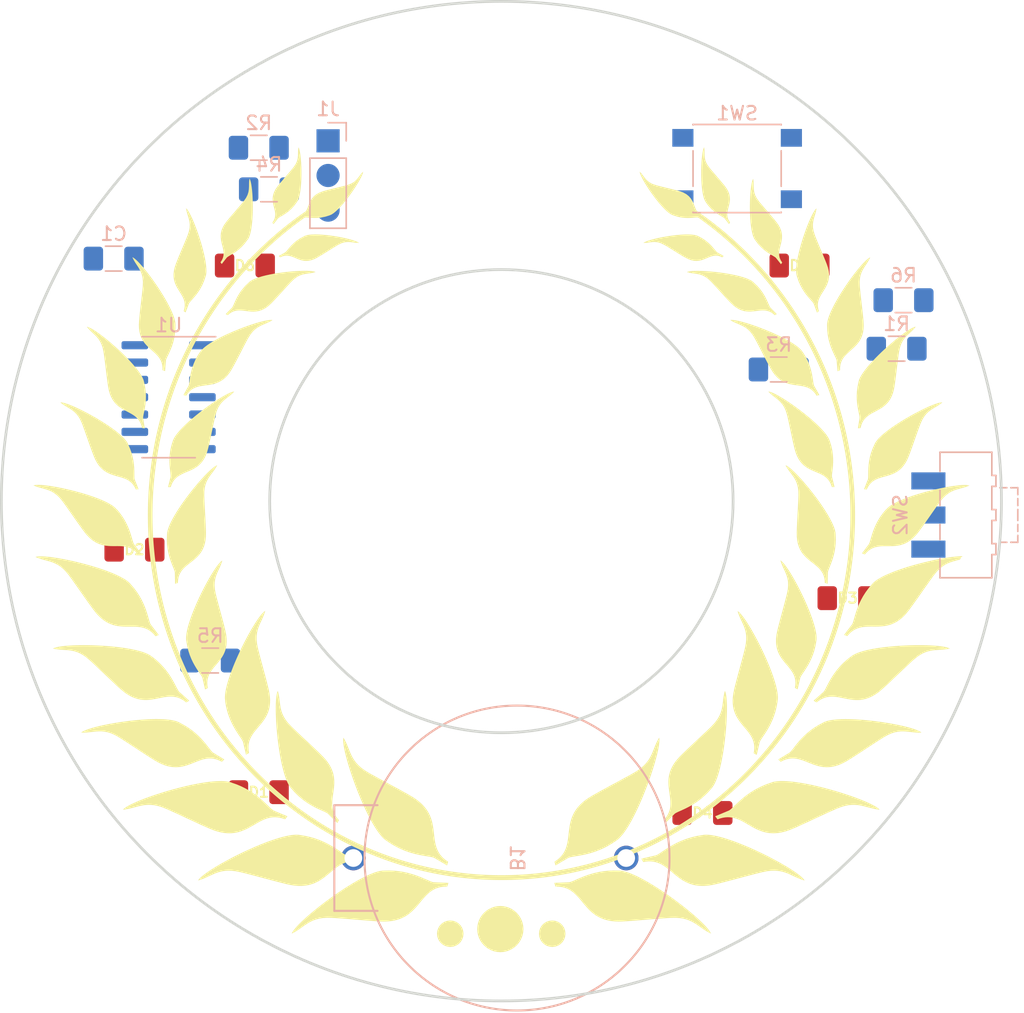
<source format=kicad_pcb>
(kicad_pcb (version 20211014) (generator pcbnew)
  (layers (0 "F.Cu" signal) (31 "B.Cu" signal) (34 "B.Paste" user) (35 "F.Paste" user) (36 "B.SilkS" user "B.Silkscreen") (37 "F.SilkS" user "F.Silkscreen") (38 "B.Mask" user) (39 "F.Mask" user) (44 "Edge.Cuts" user))
  (net 0 "")
  (net 1 "GND")
  (net 2 "Net-(SW2-Pad2)")
  (net 3 "VCC")
  (net 4 "pin8")
  (net 5 "Net-(D1-Pad2)")
  (net 6 "Net-(D2-Pad2)")
  (net 7 "Net-(D3-Pad2)")
  (net 8 "pin9")
  (net 9 "Net-(D4-Pad2)")
  (net 10 "Net-(D5-Pad2)")
  (net 11 "Net-(D6-Pad2)")
  (net 12 "updi")
  (net 13 "pin3")
  (net 14 "pin0")
  (net 15 "pin1")
  (net 16 "pin6")
  (net 17 "pin7")
  (net 18 "pin10")
  (net 19 "pin2")
  (footprint "tree:wreath" (layer "F.Cu") (at 105.664 121.92)
    (fp_text reference "wreath" hide)
    (fp_text value "G***" hide)
  )
  (footprint "tree:Custom_LessSilkscreenLED_1206_3216Metric_Pad1.42x1.75mm_HandSolder" (layer "F.Cu") (at 120.396 141.224)
    (fp_text reference "D4" (at 0 0 -180) (layer "F.SilkS") (effects (font (size 0.75 0.75))))
    (fp_text value "LED_Dual_2pin")
    (pad "1" smd roundrect (at -1.4875 0) (size 1.425 1.75) (layers "F.Cu" "F.Paste" "F.Mask") (roundrect_rratio 0.175439) (net 8 "pin9"))
    (pad "2" smd roundrect (at 1.4875 0) (size 1.425 1.75) (layers "F.Cu" "F.Paste" "F.Mask") (roundrect_rratio 0.175439) (net 9 "Net-(D4-Pad2)"))
  )
  (footprint "tree:Custom_LessSilkscreenLED_1206_3216Metric_Pad1.42x1.75mm_HandSolder" (layer "F.Cu") (at 127.508 101.092)
    (fp_text reference "D5" (at 0 0 -180) (layer "F.SilkS") (effects (font (size 0.75 0.75))))
    (fp_text value "LED_Dual_2pin")
    (pad "1" smd roundrect (at -1.4875 0) (size 1.425 1.75) (layers "F.Cu" "F.Paste" "F.Mask") (roundrect_rratio 0.175439) (net 8 "pin9"))
    (pad "2" smd roundrect (at 1.4875 0) (size 1.425 1.75) (layers "F.Cu" "F.Paste" "F.Mask") (roundrect_rratio 0.175439) (net 10 "Net-(D5-Pad2)"))
  )
  (footprint "tree:Custom_LessSilkscreenLED_1206_3216Metric_Pad1.42x1.75mm_HandSolder" (layer "F.Cu") (at 86.868 101.092)
    (fp_text reference "D6" (at 0 0 -180) (layer "F.SilkS") (effects (font (size 0.75 0.75))))
    (fp_text value "LED_Dual_2pin")
    (pad "1" smd roundrect (at -1.4875 0) (size 1.425 1.75) (layers "F.Cu" "F.Paste" "F.Mask") (roundrect_rratio 0.175439) (net 8 "pin9"))
    (pad "2" smd roundrect (at 1.4875 0) (size 1.425 1.75) (layers "F.Cu" "F.Paste" "F.Mask") (roundrect_rratio 0.175439) (net 11 "Net-(D6-Pad2)"))
  )
  (footprint "tree:Custom_LessSilkscreenLED_1206_3216Metric_Pad1.42x1.75mm_HandSolder" (layer "F.Cu") (at 78.7765 121.92)
    (fp_text reference "D2" (at 0 0 -180) (layer "F.SilkS") (effects (font (size 0.75 0.75))))
    (fp_text value "LED_Dual_2pin")
    (pad "1" smd roundrect (at -1.4875 0) (size 1.425 1.75) (layers "F.Cu" "F.Paste" "F.Mask") (roundrect_rratio 0.175439) (net 4 "pin8"))
    (pad "2" smd roundrect (at 1.4875 0) (size 1.425 1.75) (layers "F.Cu" "F.Paste" "F.Mask") (roundrect_rratio 0.175439) (net 6 "Net-(D2-Pad2)"))
  )
  (footprint "tree:Custom_LessSilkscreenLED_1206_3216Metric_Pad1.42x1.75mm_HandSolder" (layer "F.Cu") (at 131.0275 125.476)
    (fp_text reference "D3" (at 0 0 -180) (layer "F.SilkS") (effects (font (size 0.75 0.75))))
    (fp_text value "LED_Dual_2pin")
    (pad "1" smd roundrect (at -1.4875 0) (size 1.425 1.75) (layers "F.Cu" "F.Paste" "F.Mask") (roundrect_rratio 0.175439) (net 4 "pin8"))
    (pad "2" smd roundrect (at 1.4875 0) (size 1.425 1.75) (layers "F.Cu" "F.Paste" "F.Mask") (roundrect_rratio 0.175439) (net 7 "Net-(D3-Pad2)"))
  )
  (footprint "tree:Custom_LessSilkscreenLED_1206_3216Metric_Pad1.42x1.75mm_HandSolder" (layer "F.Cu") (at 87.884 139.7)
    (fp_text reference "D1" (at 0 0 -180) (layer "F.SilkS") (effects (font (size 0.75 0.75))))
    (fp_text value "LED_Dual_2pin")
    (pad "1" smd roundrect (at -1.4875 0) (size 1.425 1.75) (layers "F.Cu" "F.Paste" "F.Mask") (roundrect_rratio 0.175439) (net 4 "pin8"))
    (pad "2" smd roundrect (at 1.4875 0) (size 1.425 1.75) (layers "F.Cu" "F.Paste" "F.Mask") (roundrect_rratio 0.175439) (net 5 "Net-(D1-Pad2)"))
  )
  (footprint "Resistor_SMD:R_1206_3216Metric_Pad1.42x1.75mm_HandSolder" (layer "B.Cu") (at 125.984 108.712 180)
    (fp_text reference "R3" (at 0 1.82) (layer "B.SilkS") (effects (justify mirror)))
    (fp_text value "R")
    (pad "1" smd roundrect locked (at -1.4875 0 180) (size 1.425 1.75) (layers "B.Cu" "B.Paste" "B.Mask") (roundrect_rratio 0.175439) (net 15 "pin1"))
    (pad "2" smd roundrect locked (at 1.4875 0 180) (size 1.425 1.75) (layers "B.Cu" "B.Paste" "B.Mask") (roundrect_rratio 0.175439) (net 7 "Net-(D3-Pad2)"))
  )
  (footprint "Resistor_SMD:R_1206_3216Metric_Pad1.42x1.75mm_HandSolder" (layer "B.Cu") (at 135.128 103.632 180)
    (fp_text reference "R6" (at 0 1.82) (layer "B.SilkS") (effects (justify mirror)))
    (fp_text value "R")
    (pad "1" smd roundrect locked (at -1.4875 0 180) (size 1.425 1.75) (layers "B.Cu" "B.Paste" "B.Mask") (roundrect_rratio 0.175439) (net 18 "pin10"))
    (pad "2" smd roundrect locked (at 1.4875 0 180) (size 1.425 1.75) (layers "B.Cu" "B.Paste" "B.Mask") (roundrect_rratio 0.175439) (net 11 "Net-(D6-Pad2)"))
  )
  (footprint "Button_Switch_SMD:SW_SPDT_CK-JS102011SAQN" (layer "B.Cu") (at 139.7 119.38 -90)
    (fp_text reference "SW2" (at 0 4.8 90) (layer "B.SilkS") (effects (justify mirror)))
    (fp_text value "SW_DPDT_x2")
    (pad "" np_thru_hole circle locked (at -3.4 0 270) (size 0.9 0.9) (drill 0.9) (layers *.Cu *.Mask))
    (pad "" np_thru_hole circle locked (at 3.4 0 270) (size 0.9 0.9) (drill 0.9) (layers *.Cu *.Mask))
    (pad "1" smd rect locked (at -2.5 2.75 270) (size 1.25 2.5) (layers "B.Cu" "B.Paste" "B.Mask") (net 3 "VCC"))
    (pad "2" smd rect locked (at 0 2.75 270) (size 1.25 2.5) (layers "B.Cu" "B.Paste" "B.Mask") (net 2 "Net-(SW2-Pad2)"))
    (pad "3" smd rect locked (at 2.5 2.75 270) (size 1.25 2.5) (layers "B.Cu" "B.Paste" "B.Mask"))
  )
  (footprint "Resistor_SMD:R_1206_3216Metric_Pad1.42x1.75mm_HandSolder" (layer "B.Cu") (at 88.6318 95.504 180)
    (fp_text reference "R4" (at 0 1.82) (layer "B.SilkS") (effects (justify mirror)))
    (fp_text value "R")
    (pad "1" smd roundrect locked (at -1.4875 0 180) (size 1.425 1.75) (layers "B.Cu" "B.Paste" "B.Mask") (roundrect_rratio 0.175439) (net 16 "pin6"))
    (pad "2" smd roundrect locked (at 1.4875 0 180) (size 1.425 1.75) (layers "B.Cu" "B.Paste" "B.Mask") (roundrect_rratio 0.175439) (net 9 "Net-(D4-Pad2)"))
  )
  (footprint "Capacitor_SMD:C_1206_3216Metric_Pad1.42x1.75mm_HandSolder" (layer "B.Cu") (at 77.2525 100.584 180)
    (fp_text reference "C1" (at 0 1.82) (layer "B.SilkS") (effects (justify mirror)))
    (fp_text value "C")
    (pad "1" smd roundrect locked (at -1.4875 0 180) (size 1.425 1.75) (layers "B.Cu" "B.Paste" "B.Mask") (roundrect_rratio 0.175439) (net 3 "VCC"))
    (pad "2" smd roundrect locked (at 1.4875 0 180) (size 1.425 1.75) (layers "B.Cu" "B.Paste" "B.Mask") (roundrect_rratio 0.175439) (net 1 "GND"))
  )
  (footprint "Resistor_SMD:R_1206_3216Metric_Pad1.42x1.75mm_HandSolder" (layer "B.Cu") (at 87.884 92.456 180)
    (fp_text reference "R2" (at 0 1.82) (layer "B.SilkS") (effects (justify mirror)))
    (fp_text value "R")
    (pad "1" smd roundrect locked (at -1.4875 0 180) (size 1.425 1.75) (layers "B.Cu" "B.Paste" "B.Mask") (roundrect_rratio 0.175439) (net 14 "pin0"))
    (pad "2" smd roundrect locked (at 1.4875 0 180) (size 1.425 1.75) (layers "B.Cu" "B.Paste" "B.Mask") (roundrect_rratio 0.175439) (net 6 "Net-(D2-Pad2)"))
  )
  (footprint "Resistor_SMD:R_1206_3216Metric_Pad1.42x1.75mm_HandSolder" (layer "B.Cu") (at 134.62 107.188 180)
    (fp_text reference "R1" (at 0 1.82) (layer "B.SilkS") (effects (justify mirror)))
    (fp_text value "R")
    (pad "1" smd roundrect locked (at -1.4875 0 180) (size 1.425 1.75) (layers "B.Cu" "B.Paste" "B.Mask") (roundrect_rratio 0.175439) (net 13 "pin3"))
    (pad "2" smd roundrect locked (at 1.4875 0 180) (size 1.425 1.75) (layers "B.Cu" "B.Paste" "B.Mask") (roundrect_rratio 0.175439) (net 5 "Net-(D1-Pad2)"))
  )
  (footprint "custom:BH-25C-1_ADM" (layer "B.Cu") (at 114.808 144.526 90)
    (fp_text reference "B1" (at 0 -8.001 270 unlocked) (layer "B.SilkS") (effects (justify mirror)))
    (fp_text value "BH-25C-1")
    (pad "1" thru_hole circle (at 0 0 90) (size 1.8034 1.8034) (drill 1.2954) (layers *.Cu *.Mask) (net 1 "GND"))
    (pad "2" thru_hole circle (at 0 -19.9898 90) (size 1.8034 1.8034) (drill 1.2954) (layers *.Cu *.Mask) (net 2 "Net-(SW2-Pad2)"))
  )
  (footprint "Resistor_SMD:R_1206_3216Metric_Pad1.42x1.75mm_HandSolder" (layer "B.Cu") (at 84.328 130.048 180)
    (fp_text reference "R5" (at 0 1.82) (layer "B.SilkS") (effects (justify mirror)))
    (fp_text value "R")
    (pad "1" smd roundrect locked (at -1.4875 0 180) (size 1.425 1.75) (layers "B.Cu" "B.Paste" "B.Mask") (roundrect_rratio 0.175439) (net 17 "pin7"))
    (pad "2" smd roundrect locked (at 1.4875 0 180) (size 1.425 1.75) (layers "B.Cu" "B.Paste" "B.Mask") (roundrect_rratio 0.175439) (net 10 "Net-(D5-Pad2)"))
  )
  (footprint "Button_Switch_SMD:SW_Push_1P1T_NO_6x6mm_H9.5mm" (layer "B.Cu") (at 122.936 93.98 180)
    (fp_text reference "SW1" (at 0 4.05) (layer "B.SilkS") (effects (justify mirror)))
    (fp_text value "SW_Push")
    (pad "1" smd rect locked (at -3.975 2.25 180) (size 1.55 1.3) (layers "B.Cu" "B.Paste" "B.Mask") (net 19 "pin2"))
    (pad "1" smd rect locked (at 3.975 2.25 180) (size 1.55 1.3) (layers "B.Cu" "B.Paste" "B.Mask") (net 19 "pin2"))
    (pad "2" smd rect locked (at 3.975 -2.25 180) (size 1.55 1.3) (layers "B.Cu" "B.Paste" "B.Mask") (net 1 "GND"))
    (pad "2" smd rect locked (at -3.975 -2.25 180) (size 1.55 1.3) (layers "B.Cu" "B.Paste" "B.Mask") (net 1 "GND"))
  )
  (footprint "Package_SO:SOIC-14_3.9x8.7mm_P1.27mm" (layer "B.Cu") (at 81.28 110.744 180)
    (fp_text reference "U1" (at 0 5.28) (layer "B.SilkS") (effects (justify mirror)))
    (fp_text value "ATtiny404-SS")
    (pad "1" smd roundrect locked (at -2.475 3.81 180) (size 1.95 0.6) (layers "B.Cu" "B.Paste" "B.Mask") (net 3 "VCC"))
    (pad "2" smd roundrect locked (at -2.475 2.54 180) (size 1.95 0.6) (layers "B.Cu" "B.Paste" "B.Mask") (net 14 "pin0"))
    (pad "3" smd roundrect locked (at -2.475 1.27 180) (size 1.95 0.6) (layers "B.Cu" "B.Paste" "B.Mask") (net 15 "pin1"))
    (pad "4" smd roundrect locked (at -2.475 0 180) (size 1.95 0.6) (layers "B.Cu" "B.Paste" "B.Mask") (net 19 "pin2"))
    (pad "5" smd roundrect locked (at -2.475 -1.27 180) (size 1.95 0.6) (layers "B.Cu" "B.Paste" "B.Mask") (net 13 "pin3"))
    (pad "6" smd roundrect locked (at -2.475 -2.54 180) (size 1.95 0.6) (layers "B.Cu" "B.Paste" "B.Mask"))
    (pad "7" smd roundrect locked (at -2.475 -3.81 180) (size 1.95 0.6) (layers "B.Cu" "B.Paste" "B.Mask"))
    (pad "8" smd roundrect locked (at 2.475 -3.81 180) (size 1.95 0.6) (layers "B.Cu" "B.Paste" "B.Mask") (net 16 "pin6"))
    (pad "9" smd roundrect locked (at 2.475 -2.54 180) (size 1.95 0.6) (layers "B.Cu" "B.Paste" "B.Mask") (net 17 "pin7"))
    (pad "10" smd roundrect locked (at 2.475 -1.27 180) (size 1.95 0.6) (layers "B.Cu" "B.Paste" "B.Mask") (net 12 "updi"))
    (pad "11" smd roundrect locked (at 2.475 0 180) (size 1.95 0.6) (layers "B.Cu" "B.Paste" "B.Mask") (net 4 "pin8"))
    (pad "12" smd roundrect locked (at 2.475 1.27 180) (size 1.95 0.6) (layers "B.Cu" "B.Paste" "B.Mask") (net 8 "pin9"))
    (pad "13" smd roundrect locked (at 2.475 2.54 180) (size 1.95 0.6) (layers "B.Cu" "B.Paste" "B.Mask") (net 18 "pin10"))
    (pad "14" smd roundrect locked (at 2.475 3.81 180) (size 1.95 0.6) (layers "B.Cu" "B.Paste" "B.Mask") (net 1 "GND"))
  )
  (footprint "tree:custom_updipad_PinHeader_1x03_P2.54mm_Vertical" (layer "B.Cu") (at 92.964 91.948 180)
    (fp_text reference "J1" (at 0 2.33) (layer "B.SilkS") (effects (justify mirror)))
    (fp_text value "Conn_01x03")
    (pad "1" smd rect (at 0 0 180) (size 1.7 1.7) (layers "B.Cu" "B.Paste" "B.Mask") (net 3 "VCC"))
    (pad "2" smd oval (at 0 -2.54 180) (size 1.7 1.7) (layers "B.Cu" "B.Paste" "B.Mask") (net 1 "GND"))
    (pad "3" smd oval (at 0 -5.08 180) (size 1.7 1.7) (layers "B.Cu" "B.Paste" "B.Mask") (net 12 "updi"))
  )
  (gr_circle (center 105.664 118.364) (end 122.642147 118.364) (layer "Edge.Cuts") (width 0.2) (fill none))
  (gr_circle (center 105.664 118.364) (end 142.303445 118.364) (layer "Edge.Cuts") (width 0.2) (fill none))
)
</source>
